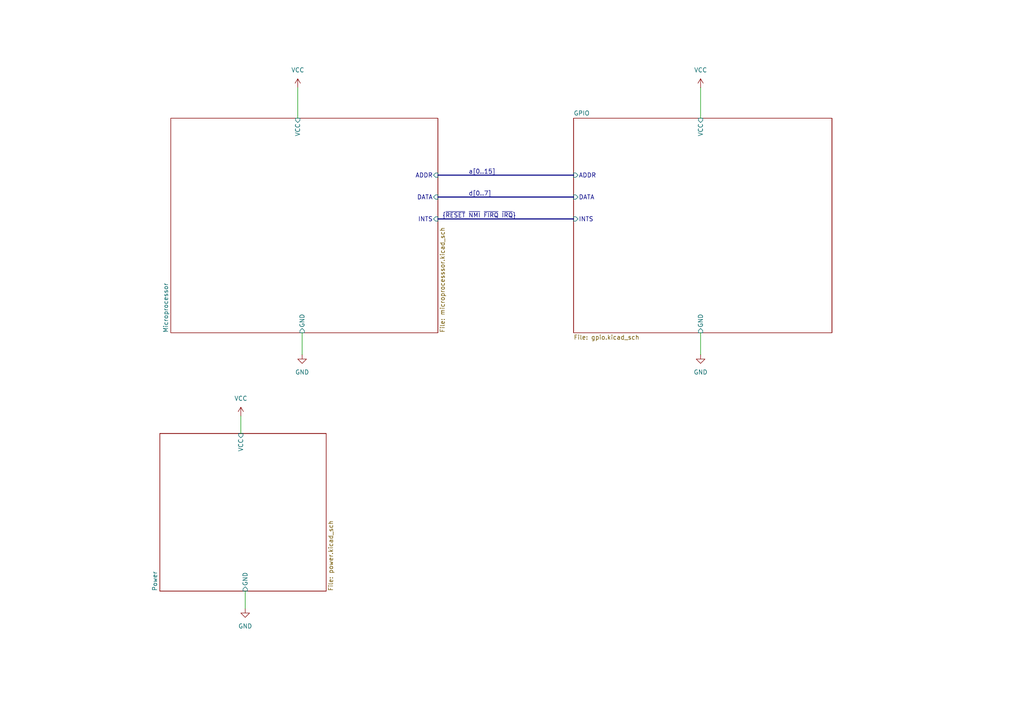
<source format=kicad_sch>
(kicad_sch (version 20231120) (generator "eeschema") (generator_version "8.0")
  (paper "A4")
  (title_block (title "Octuplex 8-bit Microcomputer") (date "2024-11-24") (company "John Honniball"))
  (lib_symbols
    (symbol "power:GND" (power) (pin_numbers hide) (pin_names (offset 0) hide)
      (property "Value" "GND" (at 0 -3.81 0))
      (symbol "GND_0_1"
        (polyline (pts (xy 0 0) (xy 0 -1.27) (xy 1.27 -1.27) (xy 0 -2.54) (xy -1.27 -1.27) (xy 0 -1.27)))
      )
      (symbol "GND_1_1"
        (pin power_in line (at 0 0 270) (length 0) (name "~") (number "1"))
      )
    )
    (symbol "power:VCC" (power) (pin_numbers hide) (pin_names (offset 0) hide)
      (property "Value" "VCC" (at 0 3.556 0))
      (symbol "VCC_0_1"
        (polyline (pts (xy -0.762 1.27) (xy 0 2.54)))
        (polyline (pts (xy 0 0) (xy 0 2.54)))
        (polyline (pts (xy 0 2.54) (xy 0.762 1.27)))
      )
      (symbol "VCC_1_1"
        (pin power_in line (at 0 0 90) (length 0) (name "~") (number "1"))
      )
    )
  )
  (wire (pts (xy 71.12 171.45) (xy 71.12 176.53)))
  (bus (pts (xy 127 57.15) (xy 166.37 57.15)))
  (wire (pts (xy 86.36 25.4) (xy 86.36 34.29)))
  (wire (pts (xy 203.2 96.52) (xy 203.2 102.87)))
  (wire (pts (xy 203.2 25.4) (xy 203.2 34.29)))
  (bus (pts (xy 127 50.8) (xy 166.37 50.8)))
  (wire (pts (xy 87.63 96.52) (xy 87.63 102.87)))
  (wire (pts (xy 69.85 120.65) (xy 69.85 125.73)))
  (bus (pts (xy 127 63.5) (xy 166.37 63.5)))
  (label "d[0..7]" (at 135.89 57.15 0))
  (label "a[0..15]" (at 135.89 50.8 0))
  (label "{~{RESET} ~{NMI} ~{FIRQ} ~{IRQ}}" (at 128.27 63.5 0))
  (symbol (lib_id "power:GND") (at 87.63 102.87 0) (unit 1)
    (property "Reference" "#PWR032" (effects (hide yes)))
    (property "Value" "GND" (at 87.63 107.95 0))
    (property "Description" "Power symbol creates a global label with name \"GND\" , ground" (effects (hide yes)))
  )
  (symbol (lib_id "power:GND") (at 203.2 102.87 0) (unit 1)
    (property "Reference" "#PWR036" (effects (hide yes)))
    (property "Value" "GND" (at 203.2 107.95 0))
    (property "Description" "Power symbol creates a global label with name \"GND\" , ground" (effects (hide yes)))
  )
  (symbol (lib_id "power:VCC") (at 86.36 25.4 0) (unit 1)
    (property "Reference" "#PWR031" (effects (hide yes)))
    (property "Value" "VCC" (at 86.36 20.32 0))
    (property "Description" "Power symbol creates a global label with name \"VCC\"" (effects (hide yes)))
  )
  (symbol (lib_id "power:VCC") (at 69.85 120.65 0) (unit 1)
    (property "Reference" "#PWR028" (effects (hide yes)))
    (property "Value" "VCC" (at 69.85 115.57 0))
    (property "Description" "Power symbol creates a global label with name \"VCC\"" (effects (hide yes)))
  )
  (symbol (lib_id "power:GND") (at 71.12 176.53 0) (unit 1)
    (property "Reference" "#PWR027" (effects (hide yes)))
    (property "Value" "GND" (at 71.12 181.61 0))
    (property "Description" "Power symbol creates a global label with name \"GND\" , ground" (effects (hide yes)))
  )
  (symbol (lib_id "power:VCC") (at 203.2 25.4 0) (unit 1)
    (property "Reference" "#PWR035" (effects (hide yes)))
    (property "Value" "VCC" (at 203.2 20.32 0))
    (property "Description" "Power symbol creates a global label with name \"VCC\"" (effects (hide yes)))
  )
  (sheet (at 49.53 34.29) (size 77.47 62.23) (stroke (width 0.1524))
    (property "Sheetname" "Microprocessor" (at 48.8184 96.52 90) (effects (justify left bottom)))
    (property "Sheetfile" "microprocesssor.kicad_sch" (at 127.5846 96.52 90) (effects (justify left top)))
    (pin "VCC" input (at 86.36 34.29 90))
    (pin "GND" input (at 87.63 96.52 270))
    (pin "ADDR" input (at 127 50.8 0))
    (pin "DATA" input (at 127 57.15 0))
    (pin "INTS" input (at 127 63.5 0))
  )
  (sheet (at 46.355 125.73) (size 48.26 45.72) (stroke (width 0.1524))
    (property "Sheetname" "Power" (at 45.6434 171.45 90) (effects (justify left bottom)))
    (property "Sheetfile" "power.kicad_sch" (at 95.1996 171.45 90) (effects (justify left top)))
    (pin "VCC" input (at 69.85 125.73 90))
    (pin "GND" input (at 71.12 171.45 270))
  )
  (sheet (at 166.37 34.29) (size 74.93 62.23) (stroke (width 0.1524))
    (property "Sheetname" "GPIO" (at 166.37 33.5784 0) (effects (justify left bottom)))
    (property "Sheetfile" "gpio.kicad_sch" (at 166.37 97.1046 0) (effects (justify left top)))
    (pin "VCC" input (at 203.2 34.29 90))
    (pin "GND" input (at 203.2 96.52 270))
    (pin "DATA" input (at 166.37 57.15 180))
    (pin "ADDR" input (at 166.37 50.8 180))
    (pin "INTS" input (at 166.37 63.5 180))
  )
)
</source>
